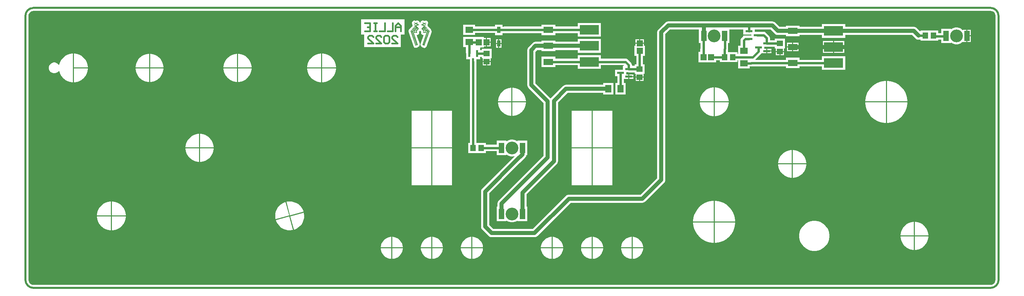
<source format=gbl>
G04*
G04 #@! TF.GenerationSoftware,Altium Limited,Altium Designer,22.6.1 (34)*
G04*
G04 Layer_Physical_Order=2*
G04 Layer_Color=16711680*
%FSLAX43Y43*%
%MOMM*%
G71*
G04*
G04 #@! TF.SameCoordinates,AFDAA29C-E837-460D-B76C-917A312899C1*
G04*
G04*
G04 #@! TF.FilePolarity,Positive*
G04*
G01*
G75*
%ADD10C,0.500*%
%ADD11C,3.200*%
%ADD12C,0.152*%
%ADD13C,0.102*%
%ADD14R,1.500X1.400*%
%ADD15R,0.600X1.800*%
%ADD16R,1.500X1.600*%
%ADD17R,0.850X1.600*%
%ADD18R,1.900X1.500*%
%ADD19R,1.500X1.900*%
%ADD20R,2.400X1.600*%
%ADD21R,4.800X2.400*%
%ADD22R,1.600X1.500*%
%ADD23R,1.400X1.500*%
%ADD24R,1.800X0.600*%
%ADD25R,1.400X2.600*%
%ADD26C,1.000*%
%ADD27C,0.600*%
%ADD28C,0.254*%
%ADD29C,0.400*%
G36*
X326321Y159210D02*
X326620Y159086D01*
X326877Y158889D01*
X327074Y158632D01*
X327198Y158333D01*
X327224Y158135D01*
X327235Y158012D01*
X327235Y158012D01*
X327235Y157885D01*
X327235Y92043D01*
X327229Y91993D01*
X327229D01*
X327233Y91989D01*
X327191Y91673D01*
X327067Y91374D01*
X326870Y91117D01*
X326613Y90920D01*
X326314Y90796D01*
X326038Y90759D01*
X326000Y90765D01*
X87000Y90765D01*
X86990Y90763D01*
X86694Y90802D01*
X86395Y90926D01*
X86138Y91123D01*
X85941Y91380D01*
X85817Y91679D01*
X85791Y91878D01*
X85779Y92000D01*
X85779Y92000D01*
X85767Y92104D01*
X85765Y92217D01*
Y92250D01*
X85765Y157874D01*
X85765Y157876D01*
X85765Y158000D01*
X85776Y158122D01*
X85802Y158321D01*
X85926Y158620D01*
X86123Y158877D01*
X86380Y159074D01*
X86679Y159198D01*
X86983Y159238D01*
X87000Y159235D01*
X326000Y159235D01*
X326064Y159244D01*
X326321Y159210D01*
D02*
G37*
%LPC*%
G36*
X182826Y156878D02*
X182601Y156821D01*
X182468Y156758D01*
X182345Y156809D01*
X182116Y156853D01*
X181889Y156807D01*
X181696Y156677D01*
X181568Y156483D01*
X181523Y156255D01*
X181570Y156027D01*
X181644Y155916D01*
X181629Y155800D01*
X181659Y155575D01*
X181676Y155534D01*
X180812Y154572D01*
X180770Y154501D01*
X180719Y154434D01*
X180711Y154401D01*
X180694Y154372D01*
X180682Y154290D01*
X180661Y154209D01*
X180665Y154176D01*
X180661Y154142D01*
X180681Y154062D01*
X180693Y153979D01*
X181937Y150397D01*
X182055Y150197D01*
X182240Y150057D01*
X182465Y149998D01*
X182696Y150030D01*
X182871Y150133D01*
X182886Y150136D01*
X183087Y150253D01*
X183107Y150279D01*
X183268Y150372D01*
X183409Y150557D01*
X183469Y150781D01*
X183438Y151012D01*
X182723Y153105D01*
X182812Y153240D01*
X182957Y153268D01*
X183150Y153398D01*
X183279Y153591D01*
X183324Y153819D01*
Y153971D01*
X183301Y154090D01*
X183483Y154304D01*
X183610D01*
X183799Y154081D01*
X183776Y153963D01*
Y153810D01*
X183821Y153582D01*
X183950Y153389D01*
X184143Y153260D01*
X184288Y153231D01*
X184377Y153096D01*
X183662Y151003D01*
X183631Y150773D01*
X183691Y150548D01*
X183832Y150364D01*
X183993Y150270D01*
X184013Y150244D01*
X184214Y150127D01*
X184227Y150125D01*
X184400Y150023D01*
X184630Y149991D01*
X184855Y150049D01*
X185040Y150189D01*
X185158Y150390D01*
X186407Y153970D01*
X186439Y154200D01*
X186381Y154425D01*
X186283Y154555D01*
X186263Y154589D01*
X185424Y155525D01*
X185441Y155566D01*
X185471Y155791D01*
X185456Y155908D01*
X185530Y156018D01*
X185577Y156246D01*
X185532Y156474D01*
X185404Y156668D01*
X185211Y156798D01*
X184984Y156844D01*
X184755Y156800D01*
X184632Y156749D01*
X184499Y156812D01*
X184274Y156869D01*
X184044Y156835D01*
X183845Y156716D01*
X183706Y156529D01*
X183662Y156352D01*
X183638Y156343D01*
X183637Y156342D01*
X183635Y156342D01*
X183556Y156289D01*
X183465Y156350D01*
X183463Y156351D01*
X183462Y156351D01*
X183438Y156361D01*
X183394Y156538D01*
X183255Y156724D01*
X183056Y156844D01*
X182826Y156878D01*
D02*
G37*
G36*
X228708Y156208D02*
X222892D01*
Y155330D01*
X217308Y155330D01*
Y155808D01*
X213892D01*
Y155330D01*
X204480D01*
X204369Y155315D01*
X204133D01*
Y155808D01*
X202267D01*
Y155365D01*
X197258Y155365D01*
Y155808D01*
X194342D01*
Y153292D01*
X197258D01*
Y153735D01*
X202267Y153735D01*
Y153192D01*
X204133D01*
Y153685D01*
X204765D01*
X204876Y153700D01*
X213892D01*
Y153192D01*
X217308D01*
Y153700D01*
X222892Y153700D01*
Y152792D01*
X228708D01*
Y156208D01*
D02*
G37*
G36*
X321054Y154554D02*
X320227D01*
Y153127D01*
X321054D01*
Y154554D01*
D02*
G37*
G36*
X201154Y152454D02*
X200277D01*
Y151527D01*
X201154D01*
Y152454D01*
D02*
G37*
G36*
X228708Y152208D02*
X222892D01*
Y151517D01*
X217308D01*
Y151808D01*
X213892D01*
Y151517D01*
X212369D01*
X212106Y151482D01*
X211861Y151380D01*
X211650Y151219D01*
X210624Y150193D01*
X210463Y149983D01*
X210361Y149737D01*
X210327Y149474D01*
Y140704D01*
X210361Y140441D01*
X210463Y140195D01*
X210624Y139985D01*
X214372Y136238D01*
Y123003D01*
X203181Y111813D01*
X203020Y111602D01*
X202918Y111357D01*
X202883Y111094D01*
Y110308D01*
X202692D01*
Y106692D01*
X205108D01*
Y106742D01*
X205235Y106810D01*
X205501Y106632D01*
X205885Y106473D01*
X206292Y106392D01*
X206708D01*
X207115Y106473D01*
X207499Y106632D01*
X207765Y106810D01*
X207892Y106742D01*
Y106692D01*
X210308D01*
Y110308D01*
X210117D01*
Y113379D01*
X217701Y120963D01*
X217863Y121174D01*
X217964Y121419D01*
X217999Y121682D01*
Y136326D01*
X220426Y138753D01*
X229271D01*
Y138340D01*
X231787D01*
Y141256D01*
X229271D01*
Y140786D01*
X220004D01*
X219741Y140752D01*
X219496Y140650D01*
X219286Y140488D01*
X216263Y137466D01*
X216221Y137411D01*
X216066Y137418D01*
X212360Y141125D01*
Y149053D01*
X212790Y149483D01*
X213892D01*
Y149192D01*
X217308D01*
Y149483D01*
X222892D01*
Y148792D01*
X228708D01*
Y152208D01*
D02*
G37*
G36*
X321054Y152873D02*
X320227D01*
Y151446D01*
X321054D01*
Y152873D01*
D02*
G37*
G36*
X271550Y156617D02*
X245504D01*
X245241Y156582D01*
X244996Y156480D01*
X244785Y156319D01*
X243081Y154615D01*
X242920Y154404D01*
X242818Y154159D01*
X242783Y153896D01*
Y117469D01*
X238631Y113317D01*
X220703D01*
X220439Y113282D01*
X220194Y113180D01*
X219984Y113019D01*
X211681Y104717D01*
X201874D01*
X200810Y105781D01*
Y113667D01*
X208316Y121172D01*
X208454Y121278D01*
X209819Y122644D01*
X209980Y122854D01*
X210023Y122956D01*
X210082Y123099D01*
X210094Y123192D01*
X210308D01*
Y126808D01*
X207892D01*
Y126758D01*
X207765Y126690D01*
X207499Y126868D01*
X207115Y127027D01*
X206708Y127108D01*
X206292D01*
X205885Y127027D01*
X205501Y126868D01*
X205235Y126690D01*
X205108Y126758D01*
Y126808D01*
X202692D01*
Y125815D01*
X200008D01*
Y126258D01*
X197615D01*
Y137424D01*
X197615Y137424D01*
Y146600D01*
X197608Y146653D01*
Y147192D01*
X198558D01*
Y147785D01*
X198942D01*
Y147392D01*
X199196D01*
Y146727D01*
X201204D01*
Y147392D01*
X201458D01*
Y149808D01*
X198942D01*
Y149415D01*
X198558D01*
Y150008D01*
X198650Y150092D01*
X199508D01*
Y150346D01*
X200023D01*
Y151400D01*
Y152454D01*
X199508D01*
Y152708D01*
X196992D01*
Y152708D01*
X194342D01*
Y150192D01*
X195035D01*
Y148700D01*
X195042Y148647D01*
Y147192D01*
X195992D01*
Y146653D01*
X195985Y146600D01*
Y137424D01*
X195985Y137424D01*
Y126258D01*
X195592D01*
Y123742D01*
X200008D01*
Y124185D01*
X202692D01*
Y123192D01*
X205108D01*
Y123242D01*
X205235Y123310D01*
X205501Y123132D01*
X205885Y122973D01*
X206292Y122892D01*
X206708D01*
X207088Y122968D01*
X207165Y122865D01*
X207122Y122822D01*
X206984Y122716D01*
X199074Y114807D01*
X198913Y114596D01*
X198811Y114351D01*
X198776Y114088D01*
Y105360D01*
X198811Y105097D01*
X198913Y104852D01*
X199074Y104641D01*
X200734Y102981D01*
X200945Y102820D01*
X201190Y102718D01*
X201453Y102683D01*
X212103D01*
X212366Y102718D01*
X212611Y102820D01*
X212821Y102981D01*
X221124Y111283D01*
X239052D01*
X239315Y111318D01*
X239561Y111420D01*
X239771Y111581D01*
X244519Y116329D01*
X244680Y116539D01*
X244782Y116785D01*
X244817Y117048D01*
Y153475D01*
X245925Y154583D01*
X253192D01*
Y151192D01*
X253560D01*
Y149890D01*
X253535Y149700D01*
Y149008D01*
X253092D01*
Y146392D01*
X254992D01*
Y146392D01*
X257508D01*
Y146885D01*
X258392D01*
Y146442D01*
X262808D01*
Y146885D01*
X262942D01*
Y144892D01*
X265858D01*
Y145335D01*
X266220D01*
X266431Y145363D01*
X266485Y145385D01*
X274892D01*
Y144928D01*
X278308D01*
Y145385D01*
X283892D01*
Y144528D01*
X289708D01*
Y147944D01*
X283892D01*
Y147015D01*
X278308D01*
Y147544D01*
X274892D01*
Y147015D01*
X267309D01*
X267266Y147142D01*
X267295Y147165D01*
X268676Y148546D01*
X268676Y148546D01*
X268806Y148715D01*
X268819Y148747D01*
X268946Y148721D01*
Y148646D01*
X269973D01*
Y149200D01*
Y149754D01*
X269508D01*
Y150292D01*
X270047D01*
X270100Y150285D01*
X272142D01*
Y149892D01*
X272396D01*
Y149227D01*
X273400D01*
X274404D01*
Y149892D01*
X274658D01*
Y152308D01*
X272142D01*
Y151915D01*
X270915D01*
Y152456D01*
X270887Y152667D01*
X270806Y152864D01*
X270676Y153033D01*
X270676Y153033D01*
X269933Y153776D01*
X269764Y153906D01*
X269567Y153987D01*
X269356Y154015D01*
X267700D01*
X267647Y154008D01*
X267108D01*
Y154583D01*
X271129D01*
X272195Y153517D01*
X272405Y153356D01*
X272650Y153254D01*
X272914Y153220D01*
X274892D01*
Y152928D01*
X278308D01*
Y153220D01*
X283892D01*
Y152528D01*
X289708D01*
Y153220D01*
X306457D01*
X307333Y152344D01*
X307544Y152182D01*
X307789Y152081D01*
X308052Y152046D01*
X308315Y152081D01*
X308399Y152115D01*
X308504Y152045D01*
Y151805D01*
X312920D01*
Y152085D01*
X313692D01*
Y151192D01*
X316108D01*
Y151242D01*
X316235Y151310D01*
X316501Y151132D01*
X316885Y150973D01*
X317292Y150892D01*
X317708D01*
X318115Y150973D01*
X318499Y151132D01*
X318844Y151363D01*
X319019Y151538D01*
X319146Y151485D01*
Y151446D01*
X319973D01*
Y153000D01*
X320100D01*
D01*
X319973D01*
Y154554D01*
X319146D01*
Y154515D01*
X319019Y154462D01*
X318844Y154637D01*
X318499Y154868D01*
X318115Y155027D01*
X317708Y155108D01*
X317292D01*
X316885Y155027D01*
X316501Y154868D01*
X316235Y154690D01*
X316108Y154758D01*
Y154808D01*
X313692D01*
Y153715D01*
X312920D01*
Y154321D01*
X308504D01*
Y154214D01*
X308387Y154166D01*
X307597Y154955D01*
X307387Y155117D01*
X307142Y155218D01*
X306878Y155253D01*
X289708D01*
Y155944D01*
X283892D01*
Y155253D01*
X278308D01*
Y155544D01*
X274892D01*
Y155253D01*
X273335D01*
X272269Y156319D01*
X272058Y156480D01*
X271813Y156582D01*
X271550Y156617D01*
D02*
G37*
G36*
X239454Y152154D02*
X238527D01*
Y151277D01*
X239454D01*
Y152154D01*
D02*
G37*
G36*
X238273D02*
X237346D01*
Y151277D01*
X238273D01*
Y152154D01*
D02*
G37*
G36*
X203879Y152154D02*
X203327D01*
Y151227D01*
X203879D01*
Y152154D01*
D02*
G37*
G36*
X203073D02*
X202521D01*
Y151227D01*
X203073D01*
Y152154D01*
D02*
G37*
G36*
X278054Y151290D02*
X276727D01*
Y150363D01*
X278054D01*
Y151290D01*
D02*
G37*
G36*
X289454Y151690D02*
X286927D01*
Y150363D01*
X289454D01*
Y151690D01*
D02*
G37*
G36*
X276473Y151290D02*
X275146D01*
Y150363D01*
X276473D01*
Y151290D01*
D02*
G37*
G36*
X286673Y151690D02*
X284146D01*
Y150363D01*
X286673D01*
Y151690D01*
D02*
G37*
G36*
X201154Y151273D02*
X200277D01*
Y150346D01*
X201154D01*
Y151273D01*
D02*
G37*
G36*
X179641Y157121D02*
X168828D01*
Y153305D01*
X169624D01*
Y150197D01*
X178771D01*
Y153305D01*
X179641D01*
Y157121D01*
D02*
G37*
G36*
X203879Y150973D02*
X203327D01*
Y150046D01*
X203879D01*
Y150973D01*
D02*
G37*
G36*
X203073D02*
X202521D01*
Y150046D01*
X203073D01*
Y150973D01*
D02*
G37*
G36*
X271254Y149754D02*
X270227D01*
Y149327D01*
X271254D01*
Y149754D01*
D02*
G37*
G36*
X278054Y150109D02*
X276727D01*
Y149182D01*
X278054D01*
Y150109D01*
D02*
G37*
G36*
X276473D02*
X275146D01*
Y149182D01*
X276473D01*
Y150109D01*
D02*
G37*
G36*
X289454D02*
X286927D01*
Y148782D01*
X289454D01*
Y150109D01*
D02*
G37*
G36*
X286673D02*
X284146D01*
Y148782D01*
X286673D01*
Y150109D01*
D02*
G37*
G36*
X271254Y149073D02*
X270227D01*
Y148646D01*
X271254D01*
Y149073D01*
D02*
G37*
G36*
X274404Y148973D02*
X273527D01*
Y148146D01*
X274404D01*
Y148973D01*
D02*
G37*
G36*
X273273D02*
X272396D01*
Y148146D01*
X273273D01*
Y148973D01*
D02*
G37*
G36*
X96873Y148604D02*
X96716D01*
X96156Y148515D01*
X95617Y148340D01*
X95111Y148082D01*
X94652Y147749D01*
X94251Y147348D01*
X93918Y146889D01*
X93660Y146383D01*
X93485Y145844D01*
X93475Y145782D01*
X93350Y145759D01*
X93307Y145834D01*
X93054Y146087D01*
X92744Y146265D01*
X92399Y146358D01*
X92041D01*
X91696Y146265D01*
X91386Y146087D01*
X91133Y145834D01*
X90955Y145524D01*
X90862Y145179D01*
Y144821D01*
X90955Y144476D01*
X91133Y144166D01*
X91386Y143913D01*
X91696Y143735D01*
X92041Y143642D01*
X92399D01*
X92744Y143735D01*
X93054Y143913D01*
X93307Y144166D01*
X93350Y144241D01*
X93475Y144218D01*
X93485Y144156D01*
X93660Y143617D01*
X93918Y143111D01*
X94251Y142652D01*
X94652Y142251D01*
X95111Y141918D01*
X95617Y141660D01*
X96156Y141485D01*
X96716Y141396D01*
X96873D01*
Y145000D01*
Y148604D01*
D02*
G37*
G36*
X201204Y146473D02*
X200327D01*
Y145646D01*
X201204D01*
Y146473D01*
D02*
G37*
G36*
X200073D02*
X199196D01*
Y145646D01*
X200073D01*
Y146473D01*
D02*
G37*
G36*
X239454Y151023D02*
X237346D01*
Y150508D01*
X237092D01*
Y147992D01*
X237556D01*
Y145906D01*
X237121D01*
Y145521D01*
X236457D01*
Y145704D01*
X236430Y145915D01*
X236348Y146111D01*
X236219Y146280D01*
X235422Y147076D01*
X235253Y147206D01*
X235057Y147287D01*
X234846Y147315D01*
X228708D01*
Y148208D01*
X222892D01*
Y147315D01*
X217308D01*
Y147808D01*
X213892D01*
Y145192D01*
X217308D01*
Y145685D01*
X222892D01*
Y144792D01*
X228708D01*
Y145685D01*
X234450D01*
X234483Y145641D01*
X234420Y145514D01*
X234234D01*
Y144564D01*
X233695D01*
X233642Y144571D01*
X233629D01*
X233576Y144564D01*
X232234D01*
Y142948D01*
X232814D01*
Y141256D01*
X232371D01*
Y138340D01*
X234887D01*
Y141256D01*
X234444D01*
Y142143D01*
X234488Y142252D01*
X235515D01*
Y142806D01*
Y143360D01*
X235050D01*
Y143898D01*
X235589D01*
X235642Y143891D01*
X237121D01*
Y143490D01*
X237375D01*
Y142825D01*
X238379D01*
X239383D01*
Y143490D01*
X239637D01*
Y145906D01*
X239186D01*
Y147992D01*
X239708D01*
Y150508D01*
X239454D01*
Y151023D01*
D02*
G37*
G36*
X116276Y148504D02*
X116127D01*
Y145127D01*
X119504D01*
Y145276D01*
X119418Y145821D01*
X119247Y146345D01*
X118997Y146837D01*
X118673Y147283D01*
X118283Y147673D01*
X117837Y147997D01*
X117345Y148247D01*
X116821Y148418D01*
X116276Y148504D01*
D02*
G37*
G36*
X159284Y148604D02*
X159127D01*
Y145127D01*
X162604D01*
Y145284D01*
X162515Y145844D01*
X162340Y146383D01*
X162082Y146889D01*
X161749Y147348D01*
X161348Y147749D01*
X160889Y148082D01*
X160383Y148340D01*
X159844Y148515D01*
X159284Y148604D01*
D02*
G37*
G36*
X115873Y148504D02*
X115724D01*
X115179Y148418D01*
X114655Y148247D01*
X114163Y147997D01*
X113717Y147673D01*
X113327Y147283D01*
X113003Y146837D01*
X112753Y146345D01*
X112582Y145821D01*
X112496Y145276D01*
Y145127D01*
X115873D01*
Y148504D01*
D02*
G37*
G36*
X158873Y148604D02*
X158716D01*
X158156Y148515D01*
X157617Y148340D01*
X157111Y148082D01*
X156652Y147749D01*
X156251Y147348D01*
X155918Y146889D01*
X155660Y146383D01*
X155485Y145844D01*
X155396Y145284D01*
Y145127D01*
X158873D01*
Y148604D01*
D02*
G37*
G36*
X138276Y148504D02*
X138127D01*
Y145127D01*
X141504D01*
Y145276D01*
X141418Y145821D01*
X141247Y146345D01*
X140997Y146837D01*
X140673Y147283D01*
X140283Y147673D01*
X139837Y147997D01*
X139345Y148247D01*
X138821Y148418D01*
X138276Y148504D01*
D02*
G37*
G36*
X137873D02*
X137724D01*
X137179Y148418D01*
X136655Y148247D01*
X136163Y147997D01*
X135717Y147673D01*
X135327Y147283D01*
X135003Y146837D01*
X134753Y146345D01*
X134582Y145821D01*
X134496Y145276D01*
Y145127D01*
X137873D01*
Y148504D01*
D02*
G37*
G36*
X97284Y148604D02*
X97127D01*
Y145127D01*
X100604D01*
Y145284D01*
X100515Y145844D01*
X100340Y146383D01*
X100082Y146889D01*
X99749Y147348D01*
X99348Y147749D01*
X98889Y148082D01*
X98383Y148340D01*
X97844Y148515D01*
X97284Y148604D01*
D02*
G37*
G36*
X236796Y143360D02*
X235769D01*
Y142933D01*
X236796D01*
Y143360D01*
D02*
G37*
G36*
Y142679D02*
X235769D01*
Y142252D01*
X236796D01*
Y142679D01*
D02*
G37*
G36*
X239383Y142571D02*
X238506D01*
Y141744D01*
X239383D01*
Y142571D01*
D02*
G37*
G36*
X238252D02*
X237375D01*
Y141744D01*
X238252D01*
Y142571D01*
D02*
G37*
G36*
X141504Y144873D02*
X138127D01*
Y141496D01*
X138276D01*
X138821Y141582D01*
X139345Y141753D01*
X139837Y142003D01*
X140283Y142327D01*
X140673Y142717D01*
X140997Y143163D01*
X141247Y143655D01*
X141418Y144179D01*
X141504Y144724D01*
Y144873D01*
D02*
G37*
G36*
X137873D02*
X134496D01*
Y144724D01*
X134582Y144179D01*
X134753Y143655D01*
X135003Y143163D01*
X135327Y142717D01*
X135717Y142327D01*
X136163Y142003D01*
X136655Y141753D01*
X137179Y141582D01*
X137724Y141496D01*
X137873D01*
Y144873D01*
D02*
G37*
G36*
X119504Y144873D02*
X116127D01*
Y141496D01*
X116276D01*
X116821Y141582D01*
X117345Y141753D01*
X117837Y142003D01*
X118283Y142327D01*
X118673Y142717D01*
X118997Y143163D01*
X119247Y143655D01*
X119418Y144179D01*
X119504Y144724D01*
Y144873D01*
D02*
G37*
G36*
X115873D02*
X112496D01*
Y144724D01*
X112582Y144179D01*
X112753Y143655D01*
X113003Y143163D01*
X113327Y142717D01*
X113717Y142327D01*
X114163Y142003D01*
X114655Y141753D01*
X115179Y141582D01*
X115724Y141496D01*
X115873D01*
Y144873D01*
D02*
G37*
G36*
X162604D02*
X159127D01*
Y141396D01*
X159284D01*
X159844Y141485D01*
X160383Y141660D01*
X160889Y141918D01*
X161348Y142251D01*
X161749Y142652D01*
X162082Y143111D01*
X162340Y143617D01*
X162515Y144156D01*
X162604Y144716D01*
Y144873D01*
D02*
G37*
G36*
X158873D02*
X155396D01*
Y144716D01*
X155485Y144156D01*
X155660Y143617D01*
X155918Y143111D01*
X156251Y142652D01*
X156652Y142251D01*
X157111Y141918D01*
X157617Y141660D01*
X158156Y141485D01*
X158716Y141396D01*
X158873D01*
Y144873D01*
D02*
G37*
G36*
X100604Y144873D02*
X97127D01*
Y141396D01*
X97284D01*
X97844Y141485D01*
X98383Y141660D01*
X98889Y141918D01*
X99348Y142251D01*
X99749Y142652D01*
X100082Y143111D01*
X100340Y143617D01*
X100515Y144156D01*
X100604Y144716D01*
Y144873D01*
D02*
G37*
G36*
X300344Y141754D02*
X300127D01*
Y136627D01*
X305254D01*
Y136844D01*
X305164Y137527D01*
X304986Y138192D01*
X304722Y138829D01*
X304378Y139425D01*
X303959Y139972D01*
X303472Y140459D01*
X302925Y140878D01*
X302329Y141222D01*
X301692Y141486D01*
X301027Y141664D01*
X300344Y141754D01*
D02*
G37*
G36*
X299873D02*
X299656D01*
X298973Y141664D01*
X298308Y141486D01*
X297671Y141222D01*
X297075Y140878D01*
X296528Y140459D01*
X296041Y139972D01*
X295622Y139425D01*
X295278Y138829D01*
X295014Y138192D01*
X294836Y137527D01*
X294746Y136844D01*
Y136627D01*
X299873D01*
Y141754D01*
D02*
G37*
G36*
X206776Y140004D02*
X206627D01*
Y136627D01*
X210004D01*
Y136776D01*
X209918Y137321D01*
X209747Y137845D01*
X209497Y138336D01*
X209173Y138783D01*
X208783Y139173D01*
X208337Y139497D01*
X207845Y139747D01*
X207321Y139918D01*
X206776Y140004D01*
D02*
G37*
G36*
X257284Y140104D02*
X257127D01*
Y136627D01*
X260604D01*
Y136784D01*
X260515Y137344D01*
X260340Y137883D01*
X260082Y138389D01*
X259749Y138848D01*
X259348Y139249D01*
X258889Y139582D01*
X258383Y139840D01*
X257844Y140015D01*
X257284Y140104D01*
D02*
G37*
G36*
X206373Y140004D02*
X206224D01*
X205679Y139918D01*
X205155Y139747D01*
X204663Y139497D01*
X204217Y139173D01*
X203827Y138783D01*
X203503Y138336D01*
X203253Y137845D01*
X203082Y137321D01*
X202996Y136776D01*
Y136627D01*
X206373D01*
Y140004D01*
D02*
G37*
G36*
X256873Y140104D02*
X256716D01*
X256156Y140015D01*
X255617Y139840D01*
X255111Y139582D01*
X254652Y139249D01*
X254251Y138848D01*
X253918Y138389D01*
X253660Y137883D01*
X253485Y137344D01*
X253396Y136784D01*
Y136627D01*
X256873D01*
Y140104D01*
D02*
G37*
G36*
X210004Y136373D02*
X206627D01*
Y132996D01*
X206776D01*
X207321Y133082D01*
X207845Y133253D01*
X208337Y133503D01*
X208783Y133827D01*
X209173Y134217D01*
X209497Y134663D01*
X209747Y135155D01*
X209918Y135679D01*
X210004Y136224D01*
Y136373D01*
D02*
G37*
G36*
X206373D02*
X202996D01*
Y136224D01*
X203082Y135679D01*
X203253Y135155D01*
X203503Y134663D01*
X203827Y134217D01*
X204217Y133827D01*
X204663Y133503D01*
X205155Y133253D01*
X205679Y133082D01*
X206224Y132996D01*
X206373D01*
Y136373D01*
D02*
G37*
G36*
X260604D02*
X257127D01*
Y132896D01*
X257284D01*
X257844Y132985D01*
X258383Y133160D01*
X258889Y133418D01*
X259348Y133751D01*
X259749Y134152D01*
X260082Y134611D01*
X260340Y135117D01*
X260515Y135656D01*
X260604Y136216D01*
Y136373D01*
D02*
G37*
G36*
X256873D02*
X253396D01*
Y136216D01*
X253485Y135656D01*
X253660Y135117D01*
X253918Y134611D01*
X254251Y134152D01*
X254652Y133751D01*
X255111Y133418D01*
X255617Y133160D01*
X256156Y132985D01*
X256716Y132896D01*
X256873D01*
Y136373D01*
D02*
G37*
G36*
X305254Y136373D02*
X300127D01*
Y131246D01*
X300344D01*
X301027Y131336D01*
X301692Y131514D01*
X302329Y131778D01*
X302925Y132122D01*
X303472Y132541D01*
X303959Y133028D01*
X304378Y133575D01*
X304722Y134171D01*
X304986Y134808D01*
X305164Y135473D01*
X305254Y136156D01*
Y136373D01*
D02*
G37*
G36*
X299873D02*
X294746D01*
Y136156D01*
X294836Y135473D01*
X295014Y134808D01*
X295278Y134171D01*
X295622Y133575D01*
X296041Y133028D01*
X296528Y132541D01*
X297075Y132122D01*
X297671Y131778D01*
X298308Y131514D01*
X298973Y131336D01*
X299656Y131246D01*
X299873D01*
Y136373D01*
D02*
G37*
G36*
X231554Y134304D02*
X226627D01*
Y125127D01*
X231554D01*
Y134304D01*
D02*
G37*
G36*
X191554D02*
X186627D01*
Y125127D01*
X191554D01*
Y134304D01*
D02*
G37*
G36*
X128776Y128504D02*
X128627D01*
Y125127D01*
X132004D01*
Y125276D01*
X131918Y125821D01*
X131747Y126345D01*
X131497Y126837D01*
X131173Y127283D01*
X130783Y127673D01*
X130337Y127997D01*
X129845Y128247D01*
X129321Y128418D01*
X128776Y128504D01*
D02*
G37*
G36*
X128373D02*
X128224D01*
X127679Y128418D01*
X127155Y128247D01*
X126663Y127997D01*
X126217Y127673D01*
X125827Y127283D01*
X125503Y126837D01*
X125253Y126345D01*
X125082Y125821D01*
X124996Y125276D01*
Y125127D01*
X128373D01*
Y128504D01*
D02*
G37*
G36*
X186373Y134304D02*
X181446D01*
Y125127D01*
X186373D01*
Y134304D01*
D02*
G37*
G36*
X226373D02*
X221446D01*
Y125127D01*
X226373D01*
Y134304D01*
D02*
G37*
G36*
X132004Y124873D02*
X128627D01*
Y121496D01*
X128776D01*
X129321Y121582D01*
X129845Y121753D01*
X130337Y122003D01*
X130783Y122327D01*
X131173Y122717D01*
X131497Y123163D01*
X131747Y123655D01*
X131918Y124179D01*
X132004Y124724D01*
Y124873D01*
D02*
G37*
G36*
X128373D02*
X124996D01*
Y124724D01*
X125082Y124179D01*
X125253Y123655D01*
X125503Y123163D01*
X125827Y122717D01*
X126217Y122327D01*
X126663Y122003D01*
X127155Y121753D01*
X127679Y121582D01*
X128224Y121496D01*
X128373D01*
Y124873D01*
D02*
G37*
G36*
X276776Y124504D02*
X276627D01*
Y121127D01*
X280004D01*
Y121276D01*
X279918Y121821D01*
X279747Y122345D01*
X279497Y122837D01*
X279173Y123283D01*
X278783Y123673D01*
X278336Y123997D01*
X277845Y124247D01*
X277321Y124418D01*
X276776Y124504D01*
D02*
G37*
G36*
X276373D02*
X276224D01*
X275679Y124418D01*
X275155Y124247D01*
X274664Y123997D01*
X274217Y123673D01*
X273827Y123283D01*
X273503Y122837D01*
X273253Y122345D01*
X273082Y121821D01*
X272996Y121276D01*
Y121127D01*
X276373D01*
Y124504D01*
D02*
G37*
G36*
X280004Y120873D02*
X276627D01*
Y117496D01*
X276776D01*
X277321Y117582D01*
X277845Y117753D01*
X278336Y118003D01*
X278783Y118327D01*
X279173Y118717D01*
X279497Y119163D01*
X279747Y119655D01*
X279918Y120179D01*
X280004Y120724D01*
Y120873D01*
D02*
G37*
G36*
X276373D02*
X272996D01*
Y120724D01*
X273082Y120179D01*
X273253Y119655D01*
X273503Y119163D01*
X273827Y118717D01*
X274217Y118327D01*
X274664Y118003D01*
X275155Y117753D01*
X275679Y117582D01*
X276224Y117496D01*
X276373D01*
Y120873D01*
D02*
G37*
G36*
X231554Y124873D02*
X226627D01*
Y115696D01*
X231554D01*
Y124873D01*
D02*
G37*
G36*
X226373D02*
X221446D01*
Y115696D01*
X226373D01*
Y124873D01*
D02*
G37*
G36*
X191554D02*
X186627D01*
Y115696D01*
X191554D01*
Y124873D01*
D02*
G37*
G36*
X186373D02*
X181446D01*
Y115696D01*
X186373D01*
Y124873D01*
D02*
G37*
G36*
X150905Y111614D02*
X150341Y111555D01*
X150190Y111514D01*
X151090Y108156D01*
X154448Y109055D01*
X154408Y109207D01*
X154177Y109725D01*
X153868Y110201D01*
X153488Y110622D01*
X153048Y110979D01*
X152556Y111263D01*
X152027Y111466D01*
X151472Y111584D01*
X150905Y111614D01*
D02*
G37*
G36*
X106784Y111604D02*
X106627D01*
Y108127D01*
X110104D01*
Y108284D01*
X110015Y108844D01*
X109840Y109383D01*
X109582Y109889D01*
X109249Y110348D01*
X108848Y110749D01*
X108389Y111082D01*
X107883Y111340D01*
X107344Y111515D01*
X106784Y111604D01*
D02*
G37*
G36*
X106373D02*
X106216D01*
X105656Y111515D01*
X105117Y111340D01*
X104611Y111082D01*
X104152Y110749D01*
X103751Y110348D01*
X103418Y109889D01*
X103160Y109383D01*
X102985Y108844D01*
X102896Y108284D01*
Y108127D01*
X106373D01*
Y111604D01*
D02*
G37*
G36*
X149945Y111448D02*
X149793Y111408D01*
X149275Y111177D01*
X148799Y110868D01*
X148378Y110489D01*
X148021Y110048D01*
X147737Y109556D01*
X147534Y109027D01*
X147416Y108472D01*
X147386Y107905D01*
X147445Y107341D01*
X147486Y107190D01*
X150844Y108090D01*
X149945Y111448D01*
D02*
G37*
G36*
X257344Y111754D02*
X257127D01*
Y106627D01*
X262254D01*
Y106844D01*
X262164Y107527D01*
X261986Y108192D01*
X261722Y108829D01*
X261378Y109425D01*
X260959Y109972D01*
X260472Y110459D01*
X259925Y110878D01*
X259329Y111222D01*
X258692Y111486D01*
X258027Y111664D01*
X257344Y111754D01*
D02*
G37*
G36*
X256873D02*
X256656D01*
X255973Y111664D01*
X255308Y111486D01*
X254671Y111222D01*
X254075Y110878D01*
X253528Y110459D01*
X253041Y109972D01*
X252622Y109425D01*
X252278Y108829D01*
X252014Y108192D01*
X251836Y107527D01*
X251746Y106844D01*
Y106627D01*
X256873D01*
Y111754D01*
D02*
G37*
G36*
X154514Y108810D02*
X151156Y107910D01*
X152055Y104552D01*
X152207Y104592D01*
X152725Y104823D01*
X153201Y105132D01*
X153622Y105511D01*
X153979Y105952D01*
X154263Y106444D01*
X154466Y106973D01*
X154584Y107528D01*
X154614Y108095D01*
X154555Y108659D01*
X154514Y108810D01*
D02*
G37*
G36*
X110104Y107873D02*
X106627D01*
Y104396D01*
X106784D01*
X107344Y104485D01*
X107883Y104660D01*
X108389Y104918D01*
X108848Y105251D01*
X109249Y105652D01*
X109582Y106111D01*
X109840Y106617D01*
X110015Y107156D01*
X110104Y107716D01*
Y107873D01*
D02*
G37*
G36*
X106373D02*
X102896D01*
Y107716D01*
X102985Y107156D01*
X103160Y106617D01*
X103418Y106111D01*
X103751Y105652D01*
X104152Y105251D01*
X104611Y104918D01*
X105117Y104660D01*
X105656Y104485D01*
X106216Y104396D01*
X106373D01*
Y107873D01*
D02*
G37*
G36*
X150910Y107844D02*
X147552Y106945D01*
X147592Y106793D01*
X147823Y106275D01*
X148132Y105799D01*
X148512Y105378D01*
X148952Y105021D01*
X149444Y104737D01*
X149973Y104534D01*
X150528Y104416D01*
X151095Y104386D01*
X151659Y104445D01*
X151810Y104486D01*
X150910Y107844D01*
D02*
G37*
G36*
X307276Y106504D02*
X307127D01*
Y103127D01*
X310504D01*
Y103276D01*
X310418Y103821D01*
X310247Y104345D01*
X309997Y104837D01*
X309673Y105283D01*
X309283Y105673D01*
X308836Y105997D01*
X308345Y106247D01*
X307821Y106418D01*
X307276Y106504D01*
D02*
G37*
G36*
X306873D02*
X306724D01*
X306179Y106418D01*
X305655Y106247D01*
X305164Y105997D01*
X304717Y105673D01*
X304327Y105283D01*
X304003Y104837D01*
X303753Y104345D01*
X303582Y103821D01*
X303496Y103276D01*
Y103127D01*
X306873D01*
Y106504D01*
D02*
G37*
G36*
X262254Y106373D02*
X257127D01*
Y101246D01*
X257344D01*
X258027Y101336D01*
X258692Y101514D01*
X259329Y101778D01*
X259925Y102122D01*
X260472Y102541D01*
X260959Y103028D01*
X261378Y103575D01*
X261722Y104171D01*
X261986Y104808D01*
X262164Y105473D01*
X262254Y106156D01*
Y106373D01*
D02*
G37*
G36*
X256873D02*
X251746D01*
Y106156D01*
X251836Y105473D01*
X252014Y104808D01*
X252278Y104171D01*
X252622Y103575D01*
X253041Y103028D01*
X253528Y102541D01*
X254075Y102122D01*
X254671Y101778D01*
X255308Y101514D01*
X255973Y101336D01*
X256656Y101246D01*
X256873D01*
Y106373D01*
D02*
G37*
G36*
X226717Y102754D02*
X226627D01*
Y100127D01*
X229254D01*
Y100217D01*
X229186Y100645D01*
X229052Y101057D01*
X228855Y101443D01*
X228601Y101794D01*
X228294Y102101D01*
X227943Y102355D01*
X227557Y102552D01*
X227145Y102686D01*
X226717Y102754D01*
D02*
G37*
G36*
X216717D02*
X216627D01*
Y100127D01*
X219254D01*
Y100217D01*
X219186Y100645D01*
X219052Y101057D01*
X218855Y101443D01*
X218601Y101794D01*
X218294Y102101D01*
X217943Y102355D01*
X217557Y102552D01*
X217145Y102686D01*
X216717Y102754D01*
D02*
G37*
G36*
X236717D02*
X236627D01*
Y100127D01*
X239254D01*
Y100217D01*
X239186Y100645D01*
X239052Y101057D01*
X238855Y101443D01*
X238601Y101794D01*
X238294Y102101D01*
X237943Y102355D01*
X237557Y102552D01*
X237145Y102686D01*
X236717Y102754D01*
D02*
G37*
G36*
X196717D02*
X196627D01*
Y100127D01*
X199254D01*
Y100217D01*
X199186Y100645D01*
X199052Y101057D01*
X198855Y101443D01*
X198601Y101794D01*
X198294Y102101D01*
X197943Y102355D01*
X197557Y102552D01*
X197145Y102686D01*
X196717Y102754D01*
D02*
G37*
G36*
X186717D02*
X186627D01*
Y100127D01*
X189254D01*
Y100217D01*
X189186Y100645D01*
X189052Y101057D01*
X188855Y101443D01*
X188601Y101794D01*
X188294Y102101D01*
X187943Y102355D01*
X187557Y102552D01*
X187145Y102686D01*
X186717Y102754D01*
D02*
G37*
G36*
X176717D02*
X176627D01*
Y100127D01*
X179254D01*
Y100217D01*
X179186Y100645D01*
X179052Y101057D01*
X178855Y101443D01*
X178601Y101794D01*
X178294Y102101D01*
X177943Y102355D01*
X177557Y102552D01*
X177145Y102686D01*
X176717Y102754D01*
D02*
G37*
G36*
X196373D02*
X196283D01*
X195855Y102686D01*
X195443Y102552D01*
X195057Y102355D01*
X194706Y102101D01*
X194399Y101794D01*
X194145Y101443D01*
X193948Y101057D01*
X193814Y100645D01*
X193746Y100217D01*
Y100127D01*
X196373D01*
Y102754D01*
D02*
G37*
G36*
X186373D02*
X186283D01*
X185855Y102686D01*
X185443Y102552D01*
X185057Y102355D01*
X184706Y102101D01*
X184399Y101794D01*
X184145Y101443D01*
X183948Y101057D01*
X183814Y100645D01*
X183746Y100217D01*
Y100127D01*
X186373D01*
Y102754D01*
D02*
G37*
G36*
X176373D02*
X176283D01*
X175855Y102686D01*
X175443Y102552D01*
X175057Y102355D01*
X174706Y102101D01*
X174399Y101794D01*
X174145Y101443D01*
X173948Y101057D01*
X173814Y100645D01*
X173746Y100217D01*
Y100127D01*
X176373D01*
Y102754D01*
D02*
G37*
G36*
X226373D02*
X226283D01*
X225855Y102686D01*
X225443Y102552D01*
X225057Y102355D01*
X224706Y102101D01*
X224399Y101794D01*
X224145Y101443D01*
X223948Y101057D01*
X223814Y100645D01*
X223746Y100217D01*
Y100127D01*
X226373D01*
Y102754D01*
D02*
G37*
G36*
X216373D02*
X216283D01*
X215855Y102686D01*
X215443Y102552D01*
X215057Y102355D01*
X214706Y102101D01*
X214399Y101794D01*
X214145Y101443D01*
X213948Y101057D01*
X213814Y100645D01*
X213746Y100217D01*
Y100127D01*
X216373D01*
Y102754D01*
D02*
G37*
G36*
X236373D02*
X236283D01*
X235855Y102686D01*
X235443Y102552D01*
X235057Y102355D01*
X234706Y102101D01*
X234399Y101794D01*
X234145Y101443D01*
X233948Y101057D01*
X233814Y100645D01*
X233746Y100217D01*
Y100127D01*
X236373D01*
Y102754D01*
D02*
G37*
G36*
X310504Y102873D02*
X307127D01*
Y99496D01*
X307276D01*
X307821Y99582D01*
X308345Y99753D01*
X308836Y100003D01*
X309283Y100327D01*
X309673Y100717D01*
X309997Y101163D01*
X310247Y101655D01*
X310418Y102179D01*
X310504Y102724D01*
Y102873D01*
D02*
G37*
G36*
X306873D02*
X303496D01*
Y102724D01*
X303582Y102179D01*
X303753Y101655D01*
X304003Y101163D01*
X304327Y100717D01*
X304717Y100327D01*
X305164Y100003D01*
X305655Y99753D01*
X306179Y99582D01*
X306724Y99496D01*
X306873D01*
Y102873D01*
D02*
G37*
G36*
X282296Y106758D02*
X281704D01*
X281120Y106665D01*
X280557Y106483D01*
X280030Y106214D01*
X279552Y105866D01*
X279134Y105448D01*
X278786Y104970D01*
X278517Y104443D01*
X278335Y103880D01*
X278242Y103296D01*
Y102704D01*
X278335Y102120D01*
X278517Y101557D01*
X278786Y101030D01*
X279134Y100552D01*
X279552Y100134D01*
X280030Y99786D01*
X280557Y99517D01*
X281120Y99335D01*
X281704Y99242D01*
X282296D01*
X282880Y99335D01*
X283443Y99517D01*
X283970Y99786D01*
X284448Y100134D01*
X284866Y100552D01*
X285214Y101030D01*
X285483Y101557D01*
X285665Y102120D01*
X285758Y102704D01*
Y103296D01*
X285665Y103880D01*
X285483Y104443D01*
X285214Y104970D01*
X284866Y105448D01*
X284448Y105866D01*
X283970Y106214D01*
X283443Y106483D01*
X282880Y106665D01*
X282296Y106758D01*
D02*
G37*
G36*
X239254Y99873D02*
X236627D01*
Y97246D01*
X236717D01*
X237145Y97314D01*
X237557Y97448D01*
X237943Y97645D01*
X238294Y97899D01*
X238601Y98206D01*
X238855Y98557D01*
X239052Y98943D01*
X239186Y99355D01*
X239254Y99783D01*
Y99873D01*
D02*
G37*
G36*
X236373D02*
X233746D01*
Y99783D01*
X233814Y99355D01*
X233948Y98943D01*
X234145Y98557D01*
X234399Y98206D01*
X234706Y97899D01*
X235057Y97645D01*
X235443Y97448D01*
X235855Y97314D01*
X236283Y97246D01*
X236373D01*
Y99873D01*
D02*
G37*
G36*
X229254D02*
X226627D01*
Y97246D01*
X226717D01*
X227145Y97314D01*
X227557Y97448D01*
X227943Y97645D01*
X228294Y97899D01*
X228601Y98206D01*
X228855Y98557D01*
X229052Y98943D01*
X229186Y99355D01*
X229254Y99783D01*
Y99873D01*
D02*
G37*
G36*
X226373D02*
X223746D01*
Y99783D01*
X223814Y99355D01*
X223948Y98943D01*
X224145Y98557D01*
X224399Y98206D01*
X224706Y97899D01*
X225057Y97645D01*
X225443Y97448D01*
X225855Y97314D01*
X226283Y97246D01*
X226373D01*
Y99873D01*
D02*
G37*
G36*
X219254D02*
X216627D01*
Y97246D01*
X216717D01*
X217145Y97314D01*
X217557Y97448D01*
X217943Y97645D01*
X218294Y97899D01*
X218601Y98206D01*
X218855Y98557D01*
X219052Y98943D01*
X219186Y99355D01*
X219254Y99783D01*
Y99873D01*
D02*
G37*
G36*
X216373D02*
X213746D01*
Y99783D01*
X213814Y99355D01*
X213948Y98943D01*
X214145Y98557D01*
X214399Y98206D01*
X214706Y97899D01*
X215057Y97645D01*
X215443Y97448D01*
X215855Y97314D01*
X216283Y97246D01*
X216373D01*
Y99873D01*
D02*
G37*
G36*
X199254D02*
X196627D01*
Y97246D01*
X196717D01*
X197145Y97314D01*
X197557Y97448D01*
X197943Y97645D01*
X198294Y97899D01*
X198601Y98206D01*
X198855Y98557D01*
X199052Y98943D01*
X199186Y99355D01*
X199254Y99783D01*
Y99873D01*
D02*
G37*
G36*
X196373D02*
X193746D01*
Y99783D01*
X193814Y99355D01*
X193948Y98943D01*
X194145Y98557D01*
X194399Y98206D01*
X194706Y97899D01*
X195057Y97645D01*
X195443Y97448D01*
X195855Y97314D01*
X196283Y97246D01*
X196373D01*
Y99873D01*
D02*
G37*
G36*
X189254D02*
X186627D01*
Y97246D01*
X186717D01*
X187145Y97314D01*
X187557Y97448D01*
X187943Y97645D01*
X188294Y97899D01*
X188601Y98206D01*
X188855Y98557D01*
X189052Y98943D01*
X189186Y99355D01*
X189254Y99783D01*
Y99873D01*
D02*
G37*
G36*
X186373D02*
X183746D01*
Y99783D01*
X183814Y99355D01*
X183948Y98943D01*
X184145Y98557D01*
X184399Y98206D01*
X184706Y97899D01*
X185057Y97645D01*
X185443Y97448D01*
X185855Y97314D01*
X186283Y97246D01*
X186373D01*
Y99873D01*
D02*
G37*
G36*
X179254D02*
X176627D01*
Y97246D01*
X176717D01*
X177145Y97314D01*
X177557Y97448D01*
X177943Y97645D01*
X178294Y97899D01*
X178601Y98206D01*
X178855Y98557D01*
X179052Y98943D01*
X179186Y99355D01*
X179254Y99783D01*
Y99873D01*
D02*
G37*
G36*
X176373D02*
X173746D01*
Y99783D01*
X173814Y99355D01*
X173948Y98943D01*
X174145Y98557D01*
X174399Y98206D01*
X174706Y97899D01*
X175057Y97645D01*
X175443Y97448D01*
X175855Y97314D01*
X176283Y97246D01*
X176373D01*
Y99873D01*
D02*
G37*
%LPD*%
G36*
X264292Y153342D02*
X265647D01*
X265700Y153335D01*
X265753Y153342D01*
X266292D01*
Y153058D01*
X265753D01*
X265700Y153065D01*
X264751D01*
X264699Y153058D01*
X264292D01*
Y152916D01*
X264175Y152826D01*
X263824Y152475D01*
X263694Y152306D01*
X263647Y152191D01*
X263613Y152109D01*
X263585Y151899D01*
Y150508D01*
X262942D01*
Y148515D01*
X262808D01*
Y148958D01*
X260415D01*
Y149485D01*
X260437Y149539D01*
X260465Y149750D01*
X260465Y149750D01*
Y151192D01*
X260808D01*
Y154583D01*
X264292D01*
Y153342D01*
D02*
G37*
D10*
X328000Y158012D02*
G03*
X326000Y160012I-2000J0D01*
G01*
X326000Y90000D02*
G03*
X328000Y92000I0J2000D01*
G01*
X85002Y92056D02*
G03*
X87072Y89987I2069J0D01*
G01*
X87000Y160000D02*
G03*
X85000Y158000I0J-2000D01*
G01*
X87000Y160000D02*
X326000D01*
X328000Y158012D02*
X328000Y92000D01*
X326000Y89987D02*
Y90000D01*
X87072Y89987D02*
X326000D01*
X85002Y92056D02*
X85002Y158000D01*
D11*
X206500Y108500D02*
D03*
Y125000D02*
D03*
X257000Y153000D02*
D03*
X317500D02*
D03*
D12*
X182779Y155800D02*
G03*
X182779Y155800I-279J0D01*
G01*
X184879Y155791D02*
G03*
X184879Y155791I-279J0D01*
G01*
X181255Y154174D02*
X182373Y155419D01*
X181255Y154174D02*
X182500Y150593D01*
X181509Y154124D02*
X182576Y155317D01*
X181789Y154098D02*
X182703Y155140D01*
X182221Y154251D02*
X182856Y154987D01*
X182627Y154009D02*
Y154238D01*
X182322Y153819D02*
Y153971D01*
X182119D02*
X182322D01*
X182119Y153819D02*
Y153971D01*
X182221Y154009D02*
Y154238D01*
X182119Y156257D02*
X183237Y155800D01*
X182500Y155495D02*
X183237Y155800D01*
X182373Y156054D02*
X182856Y156283D01*
X181763Y154073D02*
X182874Y150819D01*
X181509Y154124D02*
X182692Y150699D01*
X182525Y153819D02*
Y153971D01*
X182729Y153819D02*
Y153971D01*
X182525D02*
X182729D01*
X184524Y155309D02*
X185591Y154115D01*
X184397Y155131D02*
X185311Y154090D01*
X184244Y154979D02*
X184879Y154242D01*
X184981Y153810D02*
Y153963D01*
X184778D02*
X184981D01*
X184778Y153810D02*
Y153963D01*
X184879Y153988D02*
Y154217D01*
X184575Y153810D02*
Y153963D01*
X184371D02*
X184575D01*
X184371Y153810D02*
Y153963D01*
X184473Y153988D02*
Y154217D01*
X183863Y155791D02*
X184981Y156249D01*
X183863Y155791D02*
X184600Y155487D01*
X184244Y156274D02*
X184727Y156045D01*
X184226Y150811D02*
X185337Y154064D01*
X184408Y150690D02*
X185591Y154115D01*
X184596Y150586D02*
X185845Y154166D01*
X184727Y155410D02*
X185819Y154191D01*
D13*
X182551Y155800D02*
G03*
X182551Y155800I-51J0D01*
G01*
X184651Y155791D02*
G03*
X184651Y155791I-51J0D01*
G01*
D14*
X200200Y148600D02*
D03*
Y146600D02*
D03*
X238379Y142698D02*
D03*
Y144698D02*
D03*
X273400Y149100D02*
D03*
X273400Y151100D02*
D03*
D15*
X196800Y146600D02*
D03*
X197750Y148600D02*
D03*
X195850Y148600D02*
D03*
D16*
X198250Y151400D02*
D03*
X200150Y151400D02*
D03*
X256250Y147700D02*
D03*
X254350Y147700D02*
D03*
D17*
X203200Y154500D02*
D03*
X203200Y151100D02*
D03*
D18*
X195800Y151450D02*
D03*
X195800Y154550D02*
D03*
X264400Y149250D02*
D03*
X264400Y146150D02*
D03*
D19*
X230529Y139798D02*
D03*
X233629D02*
D03*
D20*
X215600Y154500D02*
D03*
Y150500D02*
D03*
Y146500D02*
D03*
X276600Y146236D02*
D03*
Y150236D02*
D03*
Y154236D02*
D03*
D21*
X225800Y146500D02*
D03*
Y150500D02*
D03*
Y154500D02*
D03*
X286800Y154236D02*
D03*
Y150236D02*
D03*
Y146236D02*
D03*
D22*
X238400Y149250D02*
D03*
X238400Y151150D02*
D03*
D23*
X198800Y125000D02*
D03*
X196800D02*
D03*
X261600Y147700D02*
D03*
X259600D02*
D03*
X311712Y153063D02*
D03*
X309712D02*
D03*
D24*
X235642Y144706D02*
D03*
Y142806D02*
D03*
X233642Y143756D02*
D03*
X265700Y152250D02*
D03*
X265700Y154150D02*
D03*
X267700Y153200D02*
D03*
X270100Y151100D02*
D03*
X270100Y149200D02*
D03*
X268100Y150150D02*
D03*
D25*
X203900Y108500D02*
D03*
X209100D02*
D03*
X203900Y125000D02*
D03*
X209100D02*
D03*
X259600Y153000D02*
D03*
X254400D02*
D03*
X314900D02*
D03*
X320100D02*
D03*
D26*
X276600Y150236D02*
X291628D01*
X216982Y136747D02*
X220004Y139770D01*
X230500D01*
X211343Y140704D02*
Y149474D01*
X212369Y150500D02*
X225800D01*
X211343Y149474D02*
X212369Y150500D01*
X211343Y140704D02*
X215388Y136659D01*
Y122582D02*
Y136659D01*
X203900Y111094D02*
X215388Y122582D01*
X201453Y103700D02*
X212103D01*
X199793Y105360D02*
Y114088D01*
Y105360D02*
X201453Y103700D01*
X212103D02*
X220703Y112300D01*
X239052D01*
X199793Y114088D02*
X207703Y121997D01*
X203900Y108500D02*
Y111094D01*
X306878Y154236D02*
X308052Y153063D01*
X271550Y155600D02*
X272914Y154236D01*
X306878D01*
X209100Y113800D02*
X216982Y121682D01*
Y136747D01*
X209100Y108500D02*
Y113800D01*
X207735Y121997D02*
X209100Y123363D01*
X207703Y121997D02*
X207735D01*
X209100Y123363D02*
Y125000D01*
X243800Y153896D02*
X245504Y155600D01*
X254400D01*
X243800Y117048D02*
Y153896D01*
X239052Y112300D02*
X243800Y117048D01*
X254400Y153000D02*
X254532Y153132D01*
X265700Y155600D02*
X271550D01*
X254400D02*
X265700D01*
X254400Y153000D02*
Y155600D01*
D27*
X197750Y148600D02*
X200200D01*
X197750Y148600D02*
Y148600D01*
X196800Y137424D02*
Y146600D01*
Y137424D02*
X196800Y137424D01*
X215600Y154515D02*
X225785Y154515D01*
X204480Y154515D02*
X215600D01*
X203162Y154361D02*
Y154525D01*
X203038Y154650D02*
X203162Y154525D01*
X195800Y154550D02*
X203038Y154550D01*
X203200Y154500D02*
X204765Y154500D01*
X195800Y151550D02*
X195850Y151500D01*
X195850D01*
Y148700D02*
Y151500D01*
X195850Y151400D02*
X198250Y151400D01*
X198250Y151500D02*
X198250Y151500D01*
X198250Y151500D02*
X198250Y151500D01*
X238371Y144706D02*
Y149221D01*
X238400Y149250D01*
X225800Y146500D02*
X234846D01*
X235642Y144706D02*
Y145704D01*
X234846Y146500D02*
X235642Y145704D01*
X215600Y146500D02*
X225800D01*
X235642Y144706D02*
X238371D01*
X238379Y144698D01*
X266270Y146200D02*
X286800D01*
X225785Y154515D02*
X225800Y154500D01*
X265700Y154150D02*
Y155600D01*
X264751Y152250D02*
X265700D01*
X264400Y149250D02*
Y151899D01*
X264751Y152250D01*
X265700Y155600D02*
X265700Y155600D01*
X273400Y149100D02*
X273422Y149122D01*
X266220Y146150D02*
X266270Y146200D01*
X264400Y146150D02*
X266220D01*
X254350Y147700D02*
Y149700D01*
X256250Y147700D02*
X259600D01*
Y149700D01*
X259650Y149750D01*
X308052Y153063D02*
X309712D01*
X266719Y147741D02*
X268100Y149122D01*
Y150150D01*
X270100Y151100D02*
Y152456D01*
X269356Y153200D02*
X270100Y152456D01*
X267700Y153200D02*
X269356D01*
X270100Y151100D02*
X273454D01*
X261700Y147700D02*
X266627D01*
X259650Y149750D02*
Y152950D01*
X203791Y125000D02*
X203846Y124946D01*
X198800Y125000D02*
X203791D01*
X196800D02*
Y137424D01*
X203846Y124946D02*
X203900Y125000D01*
X233629Y139798D02*
Y143756D01*
X233642D01*
X259600Y153000D02*
X259650Y152950D01*
X254350Y149700D02*
X254375Y149725D01*
Y152975D02*
X254400Y153000D01*
X254375Y149725D02*
Y152975D01*
X311600Y152900D02*
X314800D01*
X314900Y153000D01*
D28*
X182652Y154327D02*
X183084Y154835D01*
X182500Y155419D02*
X183084Y154835D01*
X184016Y154826D02*
X184448Y154318D01*
X184016Y154826D02*
X184600Y155410D01*
D29*
X178733Y154213D02*
Y155546D01*
X178067Y156213D01*
X177400Y155546D01*
Y154213D01*
Y155213D01*
X178733D01*
X176734Y156213D02*
Y154213D01*
X175401D01*
X174734Y156213D02*
Y154213D01*
X173402D01*
X172735Y156213D02*
X172069D01*
X172402D01*
Y154213D01*
X172735D01*
X172069D01*
X169736Y156213D02*
X171069D01*
Y154213D01*
X169736D01*
X171069Y155213D02*
X170403D01*
X176530Y151105D02*
X177863D01*
X176530Y152438D01*
Y152771D01*
X176863Y153104D01*
X177530D01*
X177863Y152771D01*
X175864D02*
X175530Y153104D01*
X174864D01*
X174531Y152771D01*
Y151438D01*
X174864Y151105D01*
X175530D01*
X175864Y151438D01*
Y152771D01*
X172531Y151105D02*
X173864D01*
X172531Y152438D01*
Y152771D01*
X172865Y153104D01*
X173531D01*
X173864Y152771D01*
X170532Y151105D02*
X171865D01*
X170532Y152438D01*
Y152771D01*
X170865Y153104D01*
X171532D01*
X171865Y152771D01*
M02*

</source>
